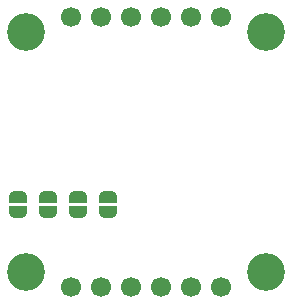
<source format=gbr>
%TF.GenerationSoftware,KiCad,Pcbnew,8.0.7*%
%TF.CreationDate,2025-01-11T17:50:10-05:00*%
%TF.ProjectId,Qwiic-UART,51776969-632d-4554-9152-542e6b696361,0.0.1*%
%TF.SameCoordinates,PX853a720PY66f2fb0*%
%TF.FileFunction,Soldermask,Bot*%
%TF.FilePolarity,Negative*%
%FSLAX46Y46*%
G04 Gerber Fmt 4.6, Leading zero omitted, Abs format (unit mm)*
G04 Created by KiCad (PCBNEW 8.0.7) date 2025-01-11 17:50:10*
%MOMM*%
%LPD*%
G01*
G04 APERTURE LIST*
G04 Aperture macros list*
%AMFreePoly0*
4,1,19,0.500000,-0.750000,0.000000,-0.750000,0.000000,-0.744911,-0.071157,-0.744911,-0.207708,-0.704816,-0.327430,-0.627875,-0.420627,-0.520320,-0.479746,-0.390866,-0.500000,-0.250000,-0.500000,0.250000,-0.479746,0.390866,-0.420627,0.520320,-0.327430,0.627875,-0.207708,0.704816,-0.071157,0.744911,0.000000,0.744911,0.000000,0.750000,0.500000,0.750000,0.500000,-0.750000,0.500000,-0.750000,
$1*%
%AMFreePoly1*
4,1,19,0.000000,0.744911,0.071157,0.744911,0.207708,0.704816,0.327430,0.627875,0.420627,0.520320,0.479746,0.390866,0.500000,0.250000,0.500000,-0.250000,0.479746,-0.390866,0.420627,-0.520320,0.327430,-0.627875,0.207708,-0.704816,0.071157,-0.744911,0.000000,-0.744911,0.000000,-0.750000,-0.500000,-0.750000,-0.500000,0.750000,0.000000,0.750000,0.000000,0.744911,0.000000,0.744911,
$1*%
G04 Aperture macros list end*
%ADD10C,3.200000*%
%ADD11C,1.700000*%
%ADD12FreePoly0,270.000000*%
%ADD13FreePoly1,270.000000*%
G04 APERTURE END LIST*
D10*
%TO.C,REF\u002A\u002A*%
X10160000Y10160000D03*
%TD*%
%TO.C,REF\u002A\u002A*%
X10160000Y-10160000D03*
%TD*%
%TO.C,REF\u002A\u002A*%
X-10160000Y10160000D03*
%TD*%
%TO.C,REF\u002A\u002A*%
X-10160000Y-10160000D03*
%TD*%
D11*
%TO.C,J4*%
X6350000Y-11430000D03*
X3810000Y-11430000D03*
X1270000Y-11430000D03*
X-1270000Y-11430000D03*
X-3810000Y-11430000D03*
X-6350000Y-11430000D03*
%TD*%
%TO.C,J3*%
X-6350000Y11430000D03*
X-3810000Y11430000D03*
X-1270000Y11430000D03*
X1270000Y11430000D03*
X3810000Y11430000D03*
X6350000Y11430000D03*
%TD*%
D12*
%TO.C,JP2*%
X-8255000Y-3795000D03*
D13*
X-8255000Y-5095000D03*
%TD*%
D12*
%TO.C,JP3*%
X-5715000Y-3795000D03*
D13*
X-5715000Y-5095000D03*
%TD*%
D12*
%TO.C,JP1*%
X-10795000Y-3795000D03*
D13*
X-10795000Y-5095000D03*
%TD*%
D12*
%TO.C,JP4*%
X-3175000Y-3795000D03*
D13*
X-3175000Y-5095000D03*
%TD*%
M02*

</source>
